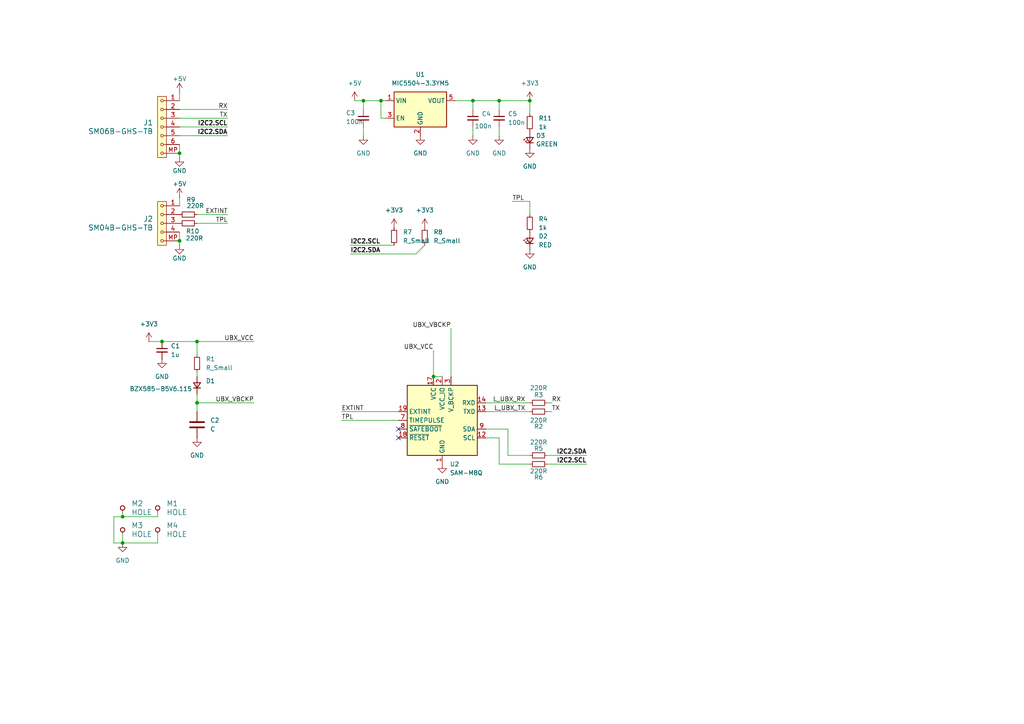
<source format=kicad_sch>
(kicad_sch (version 20231120) (generator "eeschema") (generator_version "8.0")
  (paper "A4")
  (lib_symbols
    (symbol "Device:C" (pin_numbers hide) (pin_names (offset 0.254))
      (property "Reference" "C" (at 0.635 2.54 0))
      (property "Value" "C" (at 0.635 -2.54 0))
      (symbol "C_0_1"
        (polyline (pts (xy -2.032 -0.762) (xy 2.032 -0.762)) (stroke (width 0.508)))
        (polyline (pts (xy -2.032 0.762) (xy 2.032 0.762)) (stroke (width 0.508)))
      )
      (symbol "C_1_1"
        (pin passive line (at 0 3.81 270) (length 2.794) (name "~") (number "1"))
        (pin passive line (at 0 -3.81 90) (length 2.794) (name "~") (number "2"))
      )
    )
    (symbol "Device:C_Small" (pin_numbers hide) (pin_names (offset 0.254) hide)
      (property "Reference" "C" (at 0.254 1.778 0))
      (property "Value" "C_Small" (at 0.254 -2.032 0))
      (symbol "C_Small_0_1"
        (polyline (pts (xy -1.524 -0.508) (xy 1.524 -0.508)) (stroke (width 0.3302)))
        (polyline (pts (xy -1.524 0.508) (xy 1.524 0.508)) (stroke (width 0.3048)))
      )
      (symbol "C_Small_1_1"
        (pin passive line (at 0 2.54 270) (length 2.032) (name "~") (number "1"))
        (pin passive line (at 0 -2.54 90) (length 2.032) (name "~") (number "2"))
      )
    )
    (symbol "Device:D_Small" (pin_numbers hide) (pin_names (offset 0.254) hide)
      (property "Reference" "D" (at -1.27 2.032 0))
      (property "Value" "D_Small" (at -3.81 -2.032 0))
      (symbol "D_Small_0_1"
        (polyline (pts (xy -0.762 -1.016) (xy -0.762 1.016)) (stroke (width 0.254)))
        (polyline (pts (xy -0.762 0) (xy 0.762 0)))
        (polyline (pts (xy 0.762 -1.016) (xy -0.762 0) (xy 0.762 1.016) (xy 0.762 -1.016)) (stroke (width 0.254)))
      )
      (symbol "D_Small_1_1"
        (pin passive line (at -2.54 0 0) (length 1.778) (name "K") (number "1"))
        (pin passive line (at 2.54 0 180) (length 1.778) (name "A") (number "2"))
      )
    )
    (symbol "Device:LED_Small" (pin_numbers hide) (pin_names (offset 0.254) hide)
      (property "Reference" "D" (at -1.27 3.175 0))
      (property "Value" "LED_Small" (at -4.445 -2.54 0))
      (symbol "LED_Small_0_1"
        (polyline (pts (xy -0.762 -1.016) (xy -0.762 1.016)) (stroke (width 0.254)))
        (polyline (pts (xy 1.016 0) (xy -0.762 0)))
        (polyline (pts (xy 0.762 -1.016) (xy -0.762 0) (xy 0.762 1.016) (xy 0.762 -1.016)) (stroke (width 0.254)))
        (polyline (pts (xy 0 0.762) (xy -0.508 1.27) (xy -0.254 1.27) (xy -0.508 1.27) (xy -0.508 1.016)))
        (polyline (pts (xy 0.508 1.27) (xy 0 1.778) (xy 0.254 1.778) (xy 0 1.778) (xy 0 1.524)))
      )
      (symbol "LED_Small_1_1"
        (pin passive line (at -2.54 0 0) (length 1.778) (name "K") (number "1"))
        (pin passive line (at 2.54 0 180) (length 1.778) (name "A") (number "2"))
      )
    )
    (symbol "Device:R_Small" (pin_numbers hide) (pin_names (offset 0.254) hide)
      (property "Reference" "R" (at 0.762 0.508 0))
      (property "Value" "R_Small" (at 0.762 -1.016 0))
      (symbol "R_Small_0_1"
        (rectangle (start -0.762 1.778) (end 0.762 -1.778) (stroke (width 0.2032)))
      )
      (symbol "R_Small_1_1"
        (pin passive line (at 0 2.54 270) (length 0.762) (name "~") (number "1"))
        (pin passive line (at 0 -2.54 90) (length 0.762) (name "~") (number "2"))
      )
    )
    (symbol "MLAB_CONNECTORS_JST:SM04B-GHS-TB" (pin_names (offset 1.016))
      (property "Reference" "J" (at 0 -7.62 0))
      (property "Value" "SM04B-GHS-TB" (at 0 7.62 0))
      (symbol "SM04B-GHS-TB_0_1"
        (rectangle (start -1.27 6.35) (end 1.27 -6.35) (fill (type background)))
        (circle (center 0 -5.08) (radius 0.381))
        (circle (center 0 -2.54) (radius 0.381))
        (polyline (pts (xy -1.27 -5.08) (xy -0.381 -5.08)))
        (polyline (pts (xy -1.27 -2.54) (xy -0.381 -2.54)))
        (polyline (pts (xy -1.27 0) (xy -0.381 0)))
        (polyline (pts (xy -1.27 2.54) (xy -0.381 2.54)))
        (polyline (pts (xy -1.27 5.08) (xy -0.381 5.08)))
        (circle (center 0 0) (radius 0.381))
        (circle (center 0 2.54) (radius 0.381))
        (circle (center 0 5.08) (radius 0.381))
      )
      (symbol "SM04B-GHS-TB_1_1"
        (pin input line (at -5.08 5.08 0) (length 3.81) (name "~") (number "1"))
        (pin input line (at -5.08 2.54 0) (length 3.81) (name "~") (number "2"))
        (pin input line (at -5.08 0 0) (length 3.81) (name "~") (number "3"))
        (pin input line (at -5.08 -2.54 0) (length 3.81) (name "~") (number "4"))
        (pin input line (at -5.08 -5.08 0) (length 3.81) (name "~") (number "MP"))
      )
    )
    (symbol "MLAB_CONNECTORS_JST:SM06B-GHS-TB" (pin_names (offset 1.016))
      (property "Reference" "J" (at 0 -10.16 0))
      (property "Value" "SM06B-GHS-TB" (at 0 10.16 0))
      (symbol "SM06B-GHS-TB_0_1"
        (rectangle (start -1.27 8.89) (end 1.27 -8.89) (fill (type background)))
        (circle (center 0 -7.62) (radius 0.381))
        (circle (center 0 -5.08) (radius 0.381))
        (circle (center 0 -2.54) (radius 0.381))
        (polyline (pts (xy -1.27 -7.62) (xy -0.381 -7.62)))
        (polyline (pts (xy -1.27 -5.08) (xy -0.381 -5.08)))
        (polyline (pts (xy -1.27 -2.54) (xy -0.381 -2.54)))
        (polyline (pts (xy -1.27 0) (xy -0.381 0)))
        (polyline (pts (xy -1.27 2.54) (xy -0.381 2.54)))
        (polyline (pts (xy -1.27 5.08) (xy -0.381 5.08)))
        (polyline (pts (xy -1.27 7.62) (xy -0.381 7.62)))
        (circle (center 0 0) (radius 0.381))
        (circle (center 0 2.54) (radius 0.381))
        (circle (center 0 5.08) (radius 0.381))
        (circle (center 0 7.62) (radius 0.381))
      )
      (symbol "SM06B-GHS-TB_1_1"
        (pin input line (at -5.08 7.62 0) (length 3.81) (name "~") (number "1"))
        (pin input line (at -5.08 5.08 0) (length 3.81) (name "~") (number "2"))
        (pin input line (at -5.08 2.54 0) (length 3.81) (name "~") (number "3"))
        (pin input line (at -5.08 0 0) (length 3.81) (name "~") (number "4"))
        (pin input line (at -5.08 -2.54 0) (length 3.81) (name "~") (number "5"))
        (pin input line (at -5.08 -5.08 0) (length 3.81) (name "~") (number "6"))
        (pin input line (at -5.08 -7.62 0) (length 3.81) (name "~") (number "MP"))
      )
    )
    (symbol "MLAB_MECHANICAL:HOLE" (pin_numbers hide) (pin_names (offset 1.016) hide)
      (property "Reference" "M" (at 0 2.54 0))
      (property "Value" "HOLE" (at 0 -2.54 0))
      (symbol "HOLE_0_1"
        (circle (center 0 0) (radius 0.635) (stroke (width 0.254)))
      )
      (symbol "HOLE_1_1"
        (pin input line (at 1.27 0 180) (length 0.635) (name "~") (number "1"))
      )
    )
    (symbol "RF_GPS:SAM-M8Q"
      (property "Reference" "U" (at -8.89 11.43 0))
      (property "Value" "SAM-M8Q" (at 8.89 11.43 0))
      (symbol "SAM-M8Q_0_1"
        (rectangle (start -10.16 10.16) (end 10.16 -10.16) (stroke (width 0.254)) (fill (type background)))
      )
      (symbol "SAM-M8Q_1_1"
        (pin power_in line (at 0 -12.7 90) (length 2.54) (name "GND") (number "1"))
        (pin passive line (at 0 -12.7 90) (length 2.54) hide (name "GND") (number "10"))
        (pin passive line (at 0 -12.7 90) (length 2.54) hide (name "GND") (number "11"))
        (pin input line (at 12.7 -5.08 180) (length 2.54) (name "SCL") (number "12"))
        (pin output line (at 12.7 2.54 180) (length 2.54) (name "TXD") (number "13"))
        (pin input line (at 12.7 5.08 180) (length 2.54) (name "RXD") (number "14"))
        (pin passive line (at 0 -12.7 90) (length 2.54) hide (name "GND") (number "15"))
        (pin passive line (at 0 -12.7 90) (length 2.54) hide (name "GND") (number "16"))
        (pin power_in line (at -2.54 12.7 270) (length 2.54) (name "VCC") (number "17"))
        (pin input line (at -12.7 -5.08 0) (length 2.54) (name "~{RESET}") (number "18"))
        (pin input line (at -12.7 2.54 0) (length 2.54) (name "EXTINT") (number "19"))
        (pin power_in line (at 0 12.7 270) (length 2.54) (name "VCC_IO") (number "2"))
        (pin passive line (at 0 -12.7 90) (length 2.54) hide (name "GND") (number "20"))
        (pin power_in line (at 2.54 12.7 270) (length 2.54) (name "V_BCKP") (number "3"))
        (pin passive line (at 0 -12.7 90) (length 2.54) hide (name "GND") (number "4"))
        (pin passive line (at 0 -12.7 90) (length 2.54) hide (name "GND") (number "5"))
        (pin passive line (at 0 -12.7 90) (length 2.54) hide (name "GND") (number "6"))
        (pin output line (at -12.7 0 0) (length 2.54) (name "TIMEPULSE") (number "7"))
        (pin input line (at -12.7 -2.54 0) (length 2.54) (name "~{SAFEBOOT}") (number "8"))
        (pin bidirectional line (at 12.7 -2.54 180) (length 2.54) (name "SDA") (number "9"))
      )
    )
    (symbol "Regulator_Linear:MIC5504-3.3YM5"
      (property "Reference" "U" (at -7.62 8.89 0))
      (property "Value" "MIC5504-3.3YM5" (at -7.62 6.35 0))
      (symbol "MIC5504-3.3YM5_0_1"
        (rectangle (start -7.62 -5.08) (end 7.62 5.08) (stroke (width 0.254)) (fill (type background)))
      )
      (symbol "MIC5504-3.3YM5_1_1"
        (pin power_in line (at -10.16 2.54 0) (length 2.54) (name "VIN") (number "1"))
        (pin power_in line (at 0 -7.62 90) (length 2.54) (name "GND") (number "2"))
        (pin input line (at -10.16 -2.54 0) (length 2.54) (name "EN") (number "3"))
        (pin no_connect line (at 7.62 -2.54 180) (length 2.54) hide (name "NC") (number "4"))
        (pin power_out line (at 10.16 2.54 180) (length 2.54) (name "VOUT") (number "5"))
      )
    )
    (symbol "power:+3V3" (power) (pin_numbers hide) (pin_names (offset 0) hide)
      (property "Value" "+3V3" (at 0 3.556 0))
      (symbol "+3V3_0_1"
        (polyline (pts (xy -0.762 1.27) (xy 0 2.54)))
        (polyline (pts (xy 0 0) (xy 0 2.54)))
        (polyline (pts (xy 0 2.54) (xy 0.762 1.27)))
      )
      (symbol "+3V3_1_1"
        (pin power_in line (at 0 0 90) (length 0) (name "~") (number "1"))
      )
    )
    (symbol "power:+5V" (power) (pin_numbers hide) (pin_names (offset 0) hide)
      (property "Value" "+5V" (at 0 3.556 0))
      (symbol "+5V_0_1"
        (polyline (pts (xy -0.762 1.27) (xy 0 2.54)))
        (polyline (pts (xy 0 0) (xy 0 2.54)))
        (polyline (pts (xy 0 2.54) (xy 0.762 1.27)))
      )
      (symbol "+5V_1_1"
        (pin power_in line (at 0 0 90) (length 0) (name "~") (number "1"))
      )
    )
    (symbol "power:GND" (power) (pin_numbers hide) (pin_names (offset 0) hide)
      (property "Value" "GND" (at 0 -3.81 0))
      (symbol "GND_0_1"
        (polyline (pts (xy 0 0) (xy 0 -1.27) (xy 1.27 -1.27) (xy 0 -2.54) (xy -1.27 -1.27) (xy 0 -1.27)))
      )
      (symbol "GND_1_1"
        (pin power_in line (at 0 0 270) (length 0) (name "~") (number "1"))
      )
    )
  )
  (junction (at 105.41 29.21))
  (junction (at 153.67 29.21))
  (junction (at 57.15 116.84))
  (junction (at 137.16 29.21))
  (junction (at 52.07 69.85))
  (junction (at 110.49 29.21))
  (junction (at 125.73 109.22))
  (junction (at 46.99 99.06))
  (junction (at 35.56 157.48))
  (junction (at 52.07 44.45))
  (junction (at 144.78 29.21))
  (junction (at 57.15 99.06))
  (junction (at 35.56 149.86))
  (no_connect (at 115.57 124.46))
  (no_connect (at 115.57 127))
  (wire (pts (xy 35.56 154.94) (xy 35.56 157.48)))
  (wire (pts (xy 45.72 148.59) (xy 45.72 149.86)))
  (wire (pts (xy 137.16 29.21) (xy 144.78 29.21)))
  (wire (pts (xy 33.02 149.86) (xy 33.02 157.48)))
  (wire (pts (xy 43.18 99.06) (xy 46.99 99.06)))
  (wire (pts (xy 52.07 71.12) (xy 52.07 69.85)))
  (wire (pts (xy 147.32 132.08) (xy 147.32 124.46)))
  (wire (pts (xy 99.06 121.92) (xy 115.57 121.92)))
  (wire (pts (xy 52.07 59.69) (xy 52.07 57.15)))
  (wire (pts (xy 153.67 29.21) (xy 153.67 33.02)))
  (wire (pts (xy 52.07 26.67) (xy 52.07 29.21)))
  (wire (pts (xy 153.67 58.42) (xy 153.67 62.23)))
  (wire (pts (xy 137.16 36.83) (xy 137.16 39.37)))
  (wire (pts (xy 105.41 36.83) (xy 105.41 39.37)))
  (wire (pts (xy 52.07 36.83) (xy 66.04 36.83)))
  (wire (pts (xy 99.06 119.38) (xy 115.57 119.38)))
  (wire (pts (xy 130.81 95.25) (xy 130.81 109.22)))
  (wire (pts (xy 102.87 29.21) (xy 105.41 29.21)))
  (wire (pts (xy 66.04 34.29) (xy 52.07 34.29)))
  (wire (pts (xy 144.78 36.83) (xy 144.78 39.37)))
  (wire (pts (xy 144.78 29.21) (xy 153.67 29.21)))
  (wire (pts (xy 105.41 29.21) (xy 110.49 29.21)))
  (wire (pts (xy 140.97 116.84) (xy 153.67 116.84)))
  (wire (pts (xy 57.15 116.84) (xy 73.66 116.84)))
  (wire (pts (xy 35.56 157.48) (xy 45.72 157.48)))
  (wire (pts (xy 137.16 31.75) (xy 137.16 29.21)))
  (wire (pts (xy 57.15 107.95) (xy 57.15 109.22)))
  (wire (pts (xy 153.67 132.08) (xy 147.32 132.08)))
  (wire (pts (xy 125.73 101.6) (xy 125.73 109.22)))
  (wire (pts (xy 52.07 69.85) (xy 52.07 67.31)))
  (wire (pts (xy 57.15 114.3) (xy 57.15 116.84)))
  (wire (pts (xy 33.02 157.48) (xy 35.56 157.48)))
  (wire (pts (xy 35.56 149.86) (xy 45.72 149.86)))
  (wire (pts (xy 160.02 119.38) (xy 158.75 119.38)))
  (wire (pts (xy 125.73 109.22) (xy 128.27 109.22)))
  (wire (pts (xy 120.65 73.66) (xy 123.19 71.12)))
  (wire (pts (xy 101.6 73.66) (xy 120.65 73.66)))
  (wire (pts (xy 140.97 119.38) (xy 153.67 119.38)))
  (wire (pts (xy 110.49 29.21) (xy 110.49 34.29)))
  (wire (pts (xy 105.41 31.75) (xy 105.41 29.21)))
  (wire (pts (xy 137.16 29.21) (xy 132.08 29.21)))
  (wire (pts (xy 153.67 134.62) (xy 144.78 134.62)))
  (wire (pts (xy 66.04 64.77) (xy 57.15 64.77)))
  (wire (pts (xy 170.18 132.08) (xy 158.75 132.08)))
  (wire (pts (xy 144.78 31.75) (xy 144.78 29.21)))
  (wire (pts (xy 45.72 154.94) (xy 45.72 157.48)))
  (wire (pts (xy 110.49 29.21) (xy 111.76 29.21)))
  (wire (pts (xy 110.49 34.29) (xy 111.76 34.29)))
  (wire (pts (xy 160.02 116.84) (xy 158.75 116.84)))
  (wire (pts (xy 35.56 148.59) (xy 35.56 149.86)))
  (wire (pts (xy 57.15 99.06) (xy 73.66 99.06)))
  (wire (pts (xy 57.15 99.06) (xy 57.15 102.87)))
  (wire (pts (xy 66.04 62.23) (xy 57.15 62.23)))
  (wire (pts (xy 144.78 127) (xy 140.97 127)))
  (wire (pts (xy 148.59 58.42) (xy 153.67 58.42)))
  (wire (pts (xy 170.18 134.62) (xy 158.75 134.62)))
  (wire (pts (xy 66.04 31.75) (xy 52.07 31.75)))
  (wire (pts (xy 101.6 71.12) (xy 114.3 71.12)))
  (wire (pts (xy 52.07 41.91) (xy 52.07 44.45)))
  (wire (pts (xy 33.02 149.86) (xy 35.56 149.86)))
  (wire (pts (xy 52.07 39.37) (xy 66.04 39.37)))
  (wire (pts (xy 46.99 99.06) (xy 57.15 99.06)))
  (wire (pts (xy 52.07 45.72) (xy 52.07 44.45)))
  (wire (pts (xy 147.32 124.46) (xy 140.97 124.46)))
  (wire (pts (xy 144.78 134.62) (xy 144.78 127)))
  (wire (pts (xy 57.15 119.38) (xy 57.15 116.84)))
  (label "TPL" (at 66.04 64.77 180))
  (label "I2C2.SCL" (at 170.18 134.62 180) (effects (font (bold yes))))
  (label "UBX_VBCKP" (at 73.66 116.84 180))
  (label "TX" (at 160.02 119.38 0))
  (label "TPL" (at 99.06 121.92 0))
  (label "I2C2.SCL" (at 66.04 36.83 180) (effects (font (bold yes))))
  (label "TPL" (at 148.59 58.42 0))
  (label "UBX_VCC" (at 73.66 99.06 180))
  (label "I2C2.SDA" (at 170.18 132.08 180) (effects (font (bold yes))))
  (label "I2C2.SDA" (at 66.04 39.37 180) (effects (font (bold yes))))
  (label "I2C2.SCL" (at 101.6 71.12 0) (effects (font (bold yes))))
  (label "EXTINT" (at 66.04 62.23 180))
  (label "RX" (at 66.04 31.75 180))
  (label "RX" (at 160.02 116.84 0))
  (label "I2C2.SDA" (at 101.6 73.66 0) (effects (font (bold yes))))
  (label "L_UBX_RX" (at 152.4 116.84 180))
  (label "UBX_VBCKP" (at 130.81 95.25 180))
  (label "UBX_VCC" (at 125.73 101.6 180))
  (label "TX" (at 66.04 34.29 180))
  (label "L_UBX_TX" (at 152.4 119.38 180))
  (label "EXTINT" (at 99.06 119.38 0))
  (symbol (lib_id "power:GND") (at 52.07 71.12 0) (unit 1)
    (property "Reference" "#PWR016" (effects (hide yes)))
    (property "Value" "GND" (at 52.07 74.93 0))
    (property "Description" "Power symbol creates a global label with name \"GND\" , ground" (effects (hide yes)))
  )
  (symbol (lib_id "Device:C_Small") (at 137.16 34.29 0) (unit 1)
    (property "Reference" "C4" (at 139.7 33.0262 0) (effects (justify left)))
    (property "Value" "100n" (at 137.668 36.576 0) (effects (justify left)))
    (property "Footprint" "Capacitor_SMD:C_0805_2012Metric" (effects (hide yes)))
    (property "Description" "Unpolarized capacitor, small symbol" (effects (hide yes)))
    (property "UST_ID" "5c70984812875079b91f8bf2" (effects (hide yes)))
  )
  (symbol (lib_id "Device:LED_Small") (at 153.67 69.85 90) (unit 1)
    (property "Reference" "D2" (at 156.21 68.5164 90) (effects (justify right)))
    (property "Value" "RED" (at 156.21 71.0564 90) (effects (justify right)))
    (property "Footprint" "LED_SMD:LED_0603_1608Metric" (effects (hide yes)))
    (property "Description" "Light emitting diode, small symbol" (effects (hide yes)))
    (property "UST_ID" "60d582331287500165f859d0" (effects (hide yes)))
  )
  (symbol (lib_id "Device:R_Small") (at 156.21 119.38 90) (mirror x) (unit 1)
    (property "Reference" "R2" (at 156.21 123.698 90))
    (property "Value" "220R" (at 156.21 121.92 90))
    (property "Footprint" "Resistor_SMD:R_0805_2012Metric" (effects (hide yes)))
    (property "Description" "Resistor, small symbol" (effects (hide yes)))
    (property "UST_ID" "5c70984512875079b91f8958" (effects (hide yes)))
  )
  (symbol (lib_id "Device:R_Small") (at 114.3 68.58 0) (unit 1)
    (property "Reference" "R7" (at 116.84 67.3099 0) (effects (justify left)))
    (property "Value" "R_Small" (at 116.84 69.8499 0) (effects (justify left)))
    (property "Footprint" "Resistor_SMD:R_0805_2012Metric" (effects (hide yes)))
    (property "Description" "Resistor, small symbol" (effects (hide yes)))
  )
  (symbol (lib_id "MLAB_MECHANICAL:HOLE") (at 35.56 153.67 270) (unit 1)
    (property "Reference" "M3" (at 38.1 152.3999 90) (effects (font (size 1.524 1.524)) (justify left)))
    (property "Value" "HOLE" (at 38.1 154.9399 90) (effects (font (size 1.524 1.524)) (justify left)))
    (property "Footprint" "MountingHole:MountingHole_3.2mm_M3_DIN965_Pad" (effects (hide yes)))
  )
  (symbol (lib_id "MLAB_CONNECTORS_JST:SM04B-GHS-TB") (at 46.99 64.77 0) (mirror y) (unit 1)
    (property "Reference" "J2" (at 44.45 63.4999 0) (effects (font (size 1.524 1.524)) (justify left)))
    (property "Value" "SM04B-GHS-TB" (at 44.45 66.0399 0) (effects (font (size 1.524 1.524)) (justify left)))
    (property "Footprint" "Connector_JST:JST_GH_SM04B-GHS-TB_1x04-1MP_P1.25mm_Horizontal" (effects (hide yes)))
  )
  (symbol (lib_id "Device:R_Small") (at 57.15 105.41 0) (unit 1)
    (property "Reference" "R1" (at 59.69 104.1399 0) (effects (justify left)))
    (property "Value" "R_Small" (at 59.69 106.6799 0) (effects (justify left)))
    (property "Footprint" "Resistor_SMD:R_0805_2012Metric" (effects (hide yes)))
    (property "Description" "Resistor, small symbol" (effects (hide yes)))
  )
  (symbol (lib_id "Device:D_Small") (at 57.15 111.76 90) (unit 1)
    (property "Reference" "D1" (at 59.69 110.4899 90) (effects (justify right)))
    (property "Value" "BZX585-B5V6.115" (at 37.592 112.776 90) (effects (justify right)))
    (property "Footprint" "Diode_SMD:D_SOD-523" (effects (hide yes)))
    (property "Description" "Diode, small symbol" (effects (hide yes)))
    (property "Sim.Device" "D" (effects (hide yes)))
    (property "Sim.Pins" "1=K 2=A" (effects (hide yes)))
  )
  (symbol (lib_id "power:GND") (at 105.41 39.37 0) (unit 1)
    (property "Reference" "#PWR07" (effects (hide yes)))
    (property "Value" "GND" (at 105.41 44.45 0))
    (property "Description" "Power symbol creates a global label with name \"GND\" , ground" (effects (hide yes)))
  )
  (symbol (lib_id "Device:R_Small") (at 156.21 134.62 270) (unit 1)
    (property "Reference" "R6" (at 156.21 138.43 90))
    (property "Value" "220R" (at 156.21 136.652 90))
    (property "Footprint" "Resistor_SMD:R_0805_2012Metric" (effects (hide yes)))
    (property "Description" "Resistor, small symbol" (effects (hide yes)))
    (property "UST_ID" "5c70984512875079b91f8958" (effects (hide yes)))
  )
  (symbol (lib_id "Device:LED_Small") (at 153.67 40.64 90) (unit 1)
    (property "Reference" "D3" (at 155.448 39.3643 90) (effects (justify right)))
    (property "Value" "GREEN" (at 155.448 41.7886 90) (effects (justify right)))
    (property "Footprint" "LED_SMD:LED_0603_1608Metric" (effects (hide yes)))
    (property "Description" "Light emitting diode, small symbol" (effects (hide yes)))
    (property "UST_ID" "60d582331287500165f859d0" (effects (hide yes)))
  )
  (symbol (lib_id "power:+3V3") (at 153.67 29.21 0) (unit 1)
    (property "Reference" "#PWR014" (effects (hide yes)))
    (property "Value" "+3V3" (at 153.67 24.13 0))
    (property "Description" "Power symbol creates a global label with name \"+3V3\"" (effects (hide yes)))
  )
  (symbol (lib_id "power:+3V3") (at 114.3 66.04 0) (unit 1)
    (property "Reference" "#PWR012" (effects (hide yes)))
    (property "Value" "+3V3" (at 114.3 60.96 0))
    (property "Description" "Power symbol creates a global label with name \"+3V3\"" (effects (hide yes)))
  )
  (symbol (lib_id "MLAB_MECHANICAL:HOLE") (at 35.56 147.32 270) (unit 1)
    (property "Reference" "M2" (at 38.1 146.0499 90) (effects (font (size 1.524 1.524)) (justify left)))
    (property "Value" "HOLE" (at 38.1 148.5899 90) (effects (font (size 1.524 1.524)) (justify left)))
    (property "Footprint" "MountingHole:MountingHole_3.2mm_M3_DIN965_Pad" (effects (hide yes)))
  )
  (symbol (lib_id "MLAB_MECHANICAL:HOLE") (at 45.72 153.67 270) (unit 1)
    (property "Reference" "M4" (at 48.26 152.3999 90) (effects (font (size 1.524 1.524)) (justify left)))
    (property "Value" "HOLE" (at 48.26 154.9399 90) (effects (font (size 1.524 1.524)) (justify left)))
    (property "Footprint" "MountingHole:MountingHole_3.2mm_M3_DIN965_Pad" (effects (hide yes)))
  )
  (symbol (lib_id "Device:C_Small") (at 105.41 34.29 0) (unit 1)
    (property "Reference" "C3" (at 100.33 32.766 0) (effects (justify left)))
    (property "Value" "100n" (at 100.33 35.306 0) (effects (justify left)))
    (property "Footprint" "Capacitor_SMD:C_0805_2012Metric" (effects (hide yes)))
    (property "Description" "Unpolarized capacitor, small symbol" (effects (hide yes)))
    (property "UST_ID" "5c70984812875079b91f8bf2" (effects (hide yes)))
  )
  (symbol (lib_id "power:GND") (at 52.07 45.72 0) (unit 1)
    (property "Reference" "#PWR06" (effects (hide yes)))
    (property "Value" "GND" (at 52.07 49.53 0))
    (property "Description" "Power symbol creates a global label with name \"GND\" , ground" (effects (hide yes)))
  )
  (symbol (lib_id "power:GND") (at 144.78 39.37 0) (unit 1)
    (property "Reference" "#PWR03" (effects (hide yes)))
    (property "Value" "GND" (at 144.78 44.45 0))
    (property "Description" "Power symbol creates a global label with name \"GND\" , ground" (effects (hide yes)))
  )
  (symbol (lib_id "power:GND") (at 137.16 39.37 0) (unit 1)
    (property "Reference" "#PWR09" (effects (hide yes)))
    (property "Value" "GND" (at 137.16 44.45 0))
    (property "Description" "Power symbol creates a global label with name \"GND\" , ground" (effects (hide yes)))
  )
  (symbol (lib_id "power:GND") (at 57.15 127 0) (unit 1)
    (property "Reference" "#PWR02" (effects (hide yes)))
    (property "Value" "GND" (at 57.15 132.08 0))
    (property "Description" "Power symbol creates a global label with name \"GND\" , ground" (effects (hide yes)))
  )
  (symbol (lib_id "power:GND") (at 128.27 134.62 0) (unit 1)
    (property "Reference" "#PWR020" (effects (hide yes)))
    (property "Value" "GND" (at 128.27 139.7 0))
    (property "Description" "Power symbol creates a global label with name \"GND\" , ground" (effects (hide yes)))
  )
  (symbol (lib_id "power:+5V") (at 52.07 26.67 0) (unit 1)
    (property "Reference" "#PWR010" (effects (hide yes)))
    (property "Value" "+5V" (at 52.07 22.86 0))
    (property "Description" "Power symbol creates a global label with name \"+5V\"" (effects (hide yes)))
  )
  (symbol (lib_id "power:+5V") (at 102.87 29.21 0) (unit 1)
    (property "Reference" "#PWR011" (effects (hide yes)))
    (property "Value" "+5V" (at 102.87 24.13 0))
    (property "Description" "Power symbol creates a global label with name \"+5V\"" (effects (hide yes)))
  )
  (symbol (lib_id "Device:C_Small") (at 144.78 34.29 0) (unit 1)
    (property "Reference" "C5" (at 147.32 33.0262 0) (effects (justify left)))
    (property "Value" "100n" (at 147.32 35.5662 0) (effects (justify left)))
    (property "Footprint" "Capacitor_SMD:C_0805_2012Metric" (effects (hide yes)))
    (property "Description" "Unpolarized capacitor, small symbol" (effects (hide yes)))
    (property "UST_ID" "5c70984812875079b91f8bf2" (effects (hide yes)))
  )
  (symbol (lib_id "RF_GPS:SAM-M8Q") (at 128.27 121.92 0) (unit 1)
    (property "Reference" "U2" (at 130.4641 134.62 0) (effects (justify left)))
    (property "Value" "SAM-M8Q" (at 130.4641 137.16 0) (effects (justify left)))
    (property "Footprint" "RF_GPS:ublox_SAM-M8Q" (effects (hide yes)))
    (property "Datasheet" "https://www.u-blox.com/sites/default/files/SAM-M8Q_DataSheet_%28UBX-16012619%29.pdf" (effects (hide yes)))
    (property "Description" "GPS ublox M8 variant" (effects (hide yes)))
  )
  (symbol (lib_id "Device:R_Small") (at 123.19 68.58 0) (unit 1)
    (property "Reference" "R8" (at 125.73 67.3099 0) (effects (justify left)))
    (property "Value" "R_Small" (at 125.73 69.8499 0) (effects (justify left)))
    (property "Footprint" "Resistor_SMD:R_0805_2012Metric" (effects (hide yes)))
    (property "Description" "Resistor, small symbol" (effects (hide yes)))
  )
  (symbol (lib_id "Device:C") (at 57.15 123.19 0) (unit 1)
    (property "Reference" "C2" (at 60.96 121.9199 0) (effects (justify left)))
    (property "Value" "C" (at 60.96 124.4599 0) (effects (justify left)))
    (property "Footprint" "Resistor_SMD:R_1206_3216Metric" (effects (hide yes)))
    (property "Description" "Unpolarized capacitor" (effects (hide yes)))
  )
  (symbol (lib_id "Device:R_Small") (at 156.21 132.08 270) (unit 1)
    (property "Reference" "R5" (at 156.21 130.048 90))
    (property "Value" "220R" (at 156.21 128.27 90))
    (property "Footprint" "Resistor_SMD:R_0805_2012Metric" (effects (hide yes)))
    (property "Description" "Resistor, small symbol" (effects (hide yes)))
    (property "UST_ID" "5c70984512875079b91f8958" (effects (hide yes)))
  )
  (symbol (lib_id "Device:C_Small") (at 46.99 101.6 0) (unit 1)
    (property "Reference" "C1" (at 49.53 100.3362 0) (effects (justify left)))
    (property "Value" "1u" (at 49.53 102.8762 0) (effects (justify left)))
    (property "Footprint" "Capacitor_SMD:C_0805_2012Metric" (effects (hide yes)))
    (property "Description" "Unpolarized capacitor, small symbol" (effects (hide yes)))
    (property "UST_ID" "5c70984812875079b91f8bc3" (effects (hide yes)))
  )
  (symbol (lib_id "Device:R_Small") (at 153.67 64.77 0) (unit 1)
    (property "Reference" "R4" (at 156.21 63.4999 0) (effects (justify left)))
    (property "Value" "1k" (at 156.21 66.0399 0) (effects (justify left)))
    (property "Footprint" "Resistor_SMD:R_0805_2012Metric" (effects (hide yes)))
    (property "Description" "Resistor, small symbol" (effects (hide yes)))
    (property "UST_ID" "5c70984512875079b91f895c" (effects (hide yes)))
  )
  (symbol (lib_id "power:GND") (at 121.92 39.37 0) (unit 1)
    (property "Reference" "#PWR08" (effects (hide yes)))
    (property "Value" "GND" (at 121.92 44.45 0))
    (property "Description" "Power symbol creates a global label with name \"GND\" , ground" (effects (hide yes)))
  )
  (symbol (lib_id "Regulator_Linear:MIC5504-3.3YM5") (at 121.92 31.75 0) (unit 1)
    (property "Reference" "U1" (at 121.92 21.59 0))
    (property "Value" "MIC5504-3.3YM5" (at 121.92 24.13 0))
    (property "Footprint" "Package_TO_SOT_SMD:SOT-23-5" (effects (hide yes)))
    (property "Datasheet" "http://ww1.microchip.com/downloads/en/DeviceDoc/MIC550X.pdf" (effects (hide yes)))
    (property "Description" "300mA Low-dropout Voltage Regulator, Vout 3.3V, Vin up to 5.5V, SOT-23" (effects (hide yes)))
    (property "UST_ID" "5c7255e81287500b4e112ea2" (effects (hide yes)))
  )
  (symbol (lib_id "power:GND") (at 46.99 104.14 0) (unit 1)
    (property "Reference" "#PWR01" (effects (hide yes)))
    (property "Value" "GND" (at 46.99 109.22 0))
    (property "Description" "Power symbol creates a global label with name \"GND\" , ground" (effects (hide yes)))
  )
  (symbol (lib_id "Device:R_Small") (at 54.61 62.23 90) (unit 1)
    (property "Reference" "R9" (at 55.372 57.912 90))
    (property "Value" "220R" (at 56.642 59.69 90))
    (property "Footprint" "Resistor_SMD:R_0805_2012Metric" (effects (hide yes)))
    (property "Description" "Resistor, small symbol" (effects (hide yes)))
    (property "UST_ID" "5c70984512875079b91f8958" (effects (hide yes)))
  )
  (symbol (lib_id "Device:R_Small") (at 54.61 64.77 90) (unit 1)
    (property "Reference" "R10" (at 55.88 67.056 90))
    (property "Value" "220R" (at 56.388 69.088 90))
    (property "Footprint" "Resistor_SMD:R_0805_2012Metric" (effects (hide yes)))
    (property "Description" "Resistor, small symbol" (effects (hide yes)))
    (property "UST_ID" "5c70984512875079b91f8958" (effects (hide yes)))
  )
  (symbol (lib_id "Device:R_Small") (at 153.67 35.56 0) (unit 1)
    (property "Reference" "R11" (at 156.21 34.2899 0) (effects (justify left)))
    (property "Value" "1k" (at 156.21 36.8299 0) (effects (justify left)))
    (property "Footprint" "Resistor_SMD:R_0805_2012Metric" (effects (hide yes)))
    (property "Description" "Resistor, small symbol" (effects (hide yes)))
    (property "UST_ID" "5c70984512875079b91f895c" (effects (hide yes)))
  )
  (symbol (lib_id "power:+3V3") (at 43.18 99.06 0) (unit 1)
    (property "Reference" "#PWR015" (effects (hide yes)))
    (property "Value" "+3V3" (at 43.18 93.98 0))
    (property "Description" "Power symbol creates a global label with name \"+3V3\"" (effects (hide yes)))
  )
  (symbol (lib_id "Device:R_Small") (at 156.21 116.84 90) (mirror x) (unit 1)
    (property "Reference" "R3" (at 156.21 114.554 90))
    (property "Value" "220R" (at 156.21 112.522 90))
    (property "Footprint" "Resistor_SMD:R_0805_2012Metric" (effects (hide yes)))
    (property "Description" "Resistor, small symbol" (effects (hide yes)))
    (property "UST_ID" "5c70984512875079b91f8958" (effects (hide yes)))
  )
  (symbol (lib_id "power:GND") (at 153.67 43.18 0) (unit 1)
    (property "Reference" "#PWR018" (effects (hide yes)))
    (property "Value" "GND" (at 153.67 48.26 0))
    (property "Description" "Power symbol creates a global label with name \"GND\" , ground" (effects (hide yes)))
  )
  (symbol (lib_id "power:GND") (at 35.56 157.48 0) (unit 1)
    (property "Reference" "#PWR019" (effects (hide yes)))
    (property "Value" "GND" (at 35.56 162.56 0))
    (property "Description" "Power symbol creates a global label with name \"GND\" , ground" (effects (hide yes)))
  )
  (symbol (lib_id "power:GND") (at 153.67 72.39 0) (unit 1)
    (property "Reference" "#PWR05" (effects (hide yes)))
    (property "Value" "GND" (at 153.67 77.47 0))
    (property "Description" "Power symbol creates a global label with name \"GND\" , ground" (effects (hide yes)))
  )
  (symbol (lib_id "MLAB_MECHANICAL:HOLE") (at 45.72 147.32 270) (unit 1)
    (property "Reference" "M1" (at 48.26 146.0499 90) (effects (font (size 1.524 1.524)) (justify left)))
    (property "Value" "HOLE" (at 48.26 148.5899 90) (effects (font (size 1.524 1.524)) (justify left)))
    (property "Footprint" "MountingHole:MountingHole_3.2mm_M3_DIN965_Pad" (effects (hide yes)))
  )
  (symbol (lib_id "MLAB_CONNECTORS_JST:SM06B-GHS-TB") (at 46.99 36.83 0) (mirror y) (unit 1)
    (property "Reference" "J1" (at 44.45 35.5599 0) (effects (font (size 1.524 1.524)) (justify left)))
    (property "Value" "SM06B-GHS-TB" (at 44.45 38.0999 0) (effects (font (size 1.524 1.524)) (justify left)))
    (property "Footprint" "Connector_JST:JST_GH_SM06B-GHS-TB_1x06-1MP_P1.25mm_Horizontal" (effects (hide yes)))
    (property "Description" "1x07 2.54 mm pitch header" (effects (hide yes)))
  )
  (symbol (lib_id "power:+3V3") (at 123.19 66.04 0) (unit 1)
    (property "Reference" "#PWR013" (effects (hide yes)))
    (property "Value" "+3V3" (at 123.19 60.96 0))
    (property "Description" "Power symbol creates a global label with name \"+3V3\"" (effects (hide yes)))
  )
  (symbol (lib_id "power:+5V") (at 52.07 57.15 0) (unit 1)
    (property "Reference" "#PWR017" (effects (hide yes)))
    (property "Value" "+5V" (at 52.07 53.34 0))
    (property "Description" "Power symbol creates a global label with name \"+5V\"" (effects (hide yes)))
  )
)
</source>
